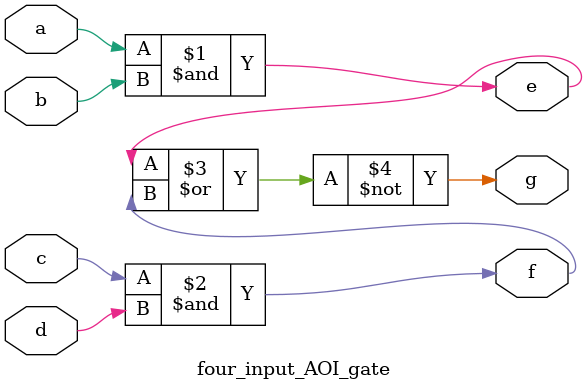
<source format=v>
`timescale 1ns / 1ps

module four_input_AOI_gate(
    input a, b, c, d,
    output e, f, g
    );
    
    assign e = (a & b);
    assign f = (c & d);
    assign g = ~(e | f);
        
endmodule
</source>
